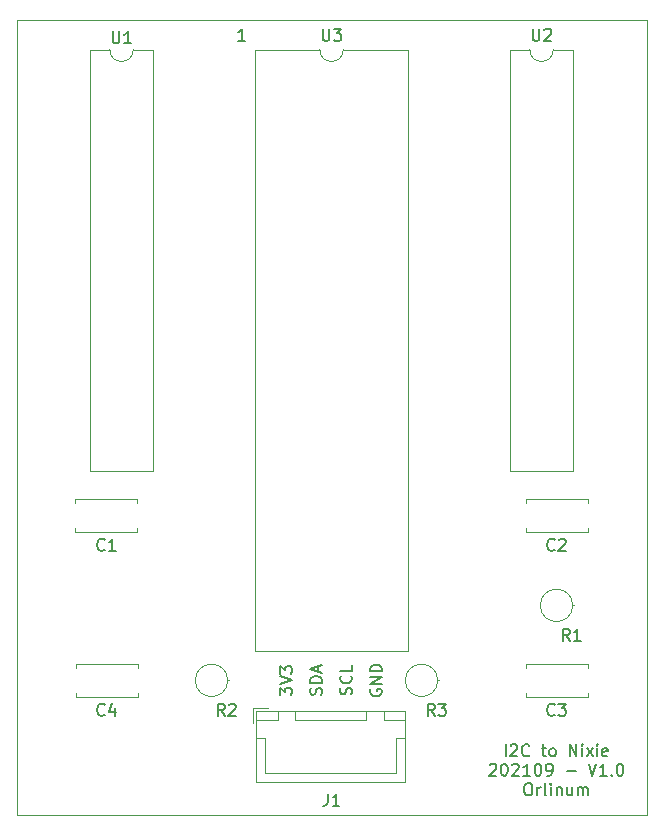
<source format=gbr>
G04 #@! TF.GenerationSoftware,KiCad,Pcbnew,5.1.5+dfsg1-2build2*
G04 #@! TF.CreationDate,2021-09-07T14:08:06+02:00*
G04 #@! TF.ProjectId,Adaptateur_I2C,41646170-7461-4746-9575-725f4932432e,1*
G04 #@! TF.SameCoordinates,Original*
G04 #@! TF.FileFunction,Legend,Top*
G04 #@! TF.FilePolarity,Positive*
%FSLAX46Y46*%
G04 Gerber Fmt 4.6, Leading zero omitted, Abs format (unit mm)*
G04 Created by KiCad (PCBNEW 5.1.5+dfsg1-2build2) date 2021-09-07 14:08:06*
%MOMM*%
%LPD*%
G04 APERTURE LIST*
%ADD10C,0.150000*%
%ADD11C,0.120000*%
G04 APERTURE END LIST*
D10*
X206025714Y-71572380D02*
X205454285Y-71572380D01*
X205740000Y-71572380D02*
X205740000Y-70572380D01*
X205644761Y-70715238D01*
X205549523Y-70810476D01*
X205454285Y-70858095D01*
X216670000Y-126491904D02*
X216622380Y-126587142D01*
X216622380Y-126730000D01*
X216670000Y-126872857D01*
X216765238Y-126968095D01*
X216860476Y-127015714D01*
X217050952Y-127063333D01*
X217193809Y-127063333D01*
X217384285Y-127015714D01*
X217479523Y-126968095D01*
X217574761Y-126872857D01*
X217622380Y-126730000D01*
X217622380Y-126634761D01*
X217574761Y-126491904D01*
X217527142Y-126444285D01*
X217193809Y-126444285D01*
X217193809Y-126634761D01*
X217622380Y-126015714D02*
X216622380Y-126015714D01*
X217622380Y-125444285D01*
X216622380Y-125444285D01*
X217622380Y-124968095D02*
X216622380Y-124968095D01*
X216622380Y-124730000D01*
X216670000Y-124587142D01*
X216765238Y-124491904D01*
X216860476Y-124444285D01*
X217050952Y-124396666D01*
X217193809Y-124396666D01*
X217384285Y-124444285D01*
X217479523Y-124491904D01*
X217574761Y-124587142D01*
X217622380Y-124730000D01*
X217622380Y-124968095D01*
X215034761Y-126920476D02*
X215082380Y-126777619D01*
X215082380Y-126539523D01*
X215034761Y-126444285D01*
X214987142Y-126396666D01*
X214891904Y-126349047D01*
X214796666Y-126349047D01*
X214701428Y-126396666D01*
X214653809Y-126444285D01*
X214606190Y-126539523D01*
X214558571Y-126730000D01*
X214510952Y-126825238D01*
X214463333Y-126872857D01*
X214368095Y-126920476D01*
X214272857Y-126920476D01*
X214177619Y-126872857D01*
X214130000Y-126825238D01*
X214082380Y-126730000D01*
X214082380Y-126491904D01*
X214130000Y-126349047D01*
X214987142Y-125349047D02*
X215034761Y-125396666D01*
X215082380Y-125539523D01*
X215082380Y-125634761D01*
X215034761Y-125777619D01*
X214939523Y-125872857D01*
X214844285Y-125920476D01*
X214653809Y-125968095D01*
X214510952Y-125968095D01*
X214320476Y-125920476D01*
X214225238Y-125872857D01*
X214130000Y-125777619D01*
X214082380Y-125634761D01*
X214082380Y-125539523D01*
X214130000Y-125396666D01*
X214177619Y-125349047D01*
X215082380Y-124444285D02*
X215082380Y-124920476D01*
X214082380Y-124920476D01*
X212494761Y-126944285D02*
X212542380Y-126801428D01*
X212542380Y-126563333D01*
X212494761Y-126468095D01*
X212447142Y-126420476D01*
X212351904Y-126372857D01*
X212256666Y-126372857D01*
X212161428Y-126420476D01*
X212113809Y-126468095D01*
X212066190Y-126563333D01*
X212018571Y-126753809D01*
X211970952Y-126849047D01*
X211923333Y-126896666D01*
X211828095Y-126944285D01*
X211732857Y-126944285D01*
X211637619Y-126896666D01*
X211590000Y-126849047D01*
X211542380Y-126753809D01*
X211542380Y-126515714D01*
X211590000Y-126372857D01*
X212542380Y-125944285D02*
X211542380Y-125944285D01*
X211542380Y-125706190D01*
X211590000Y-125563333D01*
X211685238Y-125468095D01*
X211780476Y-125420476D01*
X211970952Y-125372857D01*
X212113809Y-125372857D01*
X212304285Y-125420476D01*
X212399523Y-125468095D01*
X212494761Y-125563333D01*
X212542380Y-125706190D01*
X212542380Y-125944285D01*
X212256666Y-124991904D02*
X212256666Y-124515714D01*
X212542380Y-125087142D02*
X211542380Y-124753809D01*
X212542380Y-124420476D01*
X209002380Y-126968095D02*
X209002380Y-126349047D01*
X209383333Y-126682380D01*
X209383333Y-126539523D01*
X209430952Y-126444285D01*
X209478571Y-126396666D01*
X209573809Y-126349047D01*
X209811904Y-126349047D01*
X209907142Y-126396666D01*
X209954761Y-126444285D01*
X210002380Y-126539523D01*
X210002380Y-126825238D01*
X209954761Y-126920476D01*
X209907142Y-126968095D01*
X209002380Y-126063333D02*
X210002380Y-125730000D01*
X209002380Y-125396666D01*
X209002380Y-125158571D02*
X209002380Y-124539523D01*
X209383333Y-124872857D01*
X209383333Y-124730000D01*
X209430952Y-124634761D01*
X209478571Y-124587142D01*
X209573809Y-124539523D01*
X209811904Y-124539523D01*
X209907142Y-124587142D01*
X209954761Y-124634761D01*
X210002380Y-124730000D01*
X210002380Y-125015714D01*
X209954761Y-125110952D01*
X209907142Y-125158571D01*
X228100476Y-132152380D02*
X228100476Y-131152380D01*
X228529047Y-131247619D02*
X228576666Y-131200000D01*
X228671904Y-131152380D01*
X228910000Y-131152380D01*
X229005238Y-131200000D01*
X229052857Y-131247619D01*
X229100476Y-131342857D01*
X229100476Y-131438095D01*
X229052857Y-131580952D01*
X228481428Y-132152380D01*
X229100476Y-132152380D01*
X230100476Y-132057142D02*
X230052857Y-132104761D01*
X229910000Y-132152380D01*
X229814761Y-132152380D01*
X229671904Y-132104761D01*
X229576666Y-132009523D01*
X229529047Y-131914285D01*
X229481428Y-131723809D01*
X229481428Y-131580952D01*
X229529047Y-131390476D01*
X229576666Y-131295238D01*
X229671904Y-131200000D01*
X229814761Y-131152380D01*
X229910000Y-131152380D01*
X230052857Y-131200000D01*
X230100476Y-131247619D01*
X231148095Y-131485714D02*
X231529047Y-131485714D01*
X231290952Y-131152380D02*
X231290952Y-132009523D01*
X231338571Y-132104761D01*
X231433809Y-132152380D01*
X231529047Y-132152380D01*
X232005238Y-132152380D02*
X231910000Y-132104761D01*
X231862380Y-132057142D01*
X231814761Y-131961904D01*
X231814761Y-131676190D01*
X231862380Y-131580952D01*
X231910000Y-131533333D01*
X232005238Y-131485714D01*
X232148095Y-131485714D01*
X232243333Y-131533333D01*
X232290952Y-131580952D01*
X232338571Y-131676190D01*
X232338571Y-131961904D01*
X232290952Y-132057142D01*
X232243333Y-132104761D01*
X232148095Y-132152380D01*
X232005238Y-132152380D01*
X233529047Y-132152380D02*
X233529047Y-131152380D01*
X234100476Y-132152380D01*
X234100476Y-131152380D01*
X234576666Y-132152380D02*
X234576666Y-131485714D01*
X234576666Y-131152380D02*
X234529047Y-131200000D01*
X234576666Y-131247619D01*
X234624285Y-131200000D01*
X234576666Y-131152380D01*
X234576666Y-131247619D01*
X234957619Y-132152380D02*
X235481428Y-131485714D01*
X234957619Y-131485714D02*
X235481428Y-132152380D01*
X235862380Y-132152380D02*
X235862380Y-131485714D01*
X235862380Y-131152380D02*
X235814761Y-131200000D01*
X235862380Y-131247619D01*
X235910000Y-131200000D01*
X235862380Y-131152380D01*
X235862380Y-131247619D01*
X236719523Y-132104761D02*
X236624285Y-132152380D01*
X236433809Y-132152380D01*
X236338571Y-132104761D01*
X236290952Y-132009523D01*
X236290952Y-131628571D01*
X236338571Y-131533333D01*
X236433809Y-131485714D01*
X236624285Y-131485714D01*
X236719523Y-131533333D01*
X236767142Y-131628571D01*
X236767142Y-131723809D01*
X236290952Y-131819047D01*
X226743333Y-132897619D02*
X226790952Y-132850000D01*
X226886190Y-132802380D01*
X227124285Y-132802380D01*
X227219523Y-132850000D01*
X227267142Y-132897619D01*
X227314761Y-132992857D01*
X227314761Y-133088095D01*
X227267142Y-133230952D01*
X226695714Y-133802380D01*
X227314761Y-133802380D01*
X227933809Y-132802380D02*
X228029047Y-132802380D01*
X228124285Y-132850000D01*
X228171904Y-132897619D01*
X228219523Y-132992857D01*
X228267142Y-133183333D01*
X228267142Y-133421428D01*
X228219523Y-133611904D01*
X228171904Y-133707142D01*
X228124285Y-133754761D01*
X228029047Y-133802380D01*
X227933809Y-133802380D01*
X227838571Y-133754761D01*
X227790952Y-133707142D01*
X227743333Y-133611904D01*
X227695714Y-133421428D01*
X227695714Y-133183333D01*
X227743333Y-132992857D01*
X227790952Y-132897619D01*
X227838571Y-132850000D01*
X227933809Y-132802380D01*
X228648095Y-132897619D02*
X228695714Y-132850000D01*
X228790952Y-132802380D01*
X229029047Y-132802380D01*
X229124285Y-132850000D01*
X229171904Y-132897619D01*
X229219523Y-132992857D01*
X229219523Y-133088095D01*
X229171904Y-133230952D01*
X228600476Y-133802380D01*
X229219523Y-133802380D01*
X230171904Y-133802380D02*
X229600476Y-133802380D01*
X229886190Y-133802380D02*
X229886190Y-132802380D01*
X229790952Y-132945238D01*
X229695714Y-133040476D01*
X229600476Y-133088095D01*
X230790952Y-132802380D02*
X230886190Y-132802380D01*
X230981428Y-132850000D01*
X231029047Y-132897619D01*
X231076666Y-132992857D01*
X231124285Y-133183333D01*
X231124285Y-133421428D01*
X231076666Y-133611904D01*
X231029047Y-133707142D01*
X230981428Y-133754761D01*
X230886190Y-133802380D01*
X230790952Y-133802380D01*
X230695714Y-133754761D01*
X230648095Y-133707142D01*
X230600476Y-133611904D01*
X230552857Y-133421428D01*
X230552857Y-133183333D01*
X230600476Y-132992857D01*
X230648095Y-132897619D01*
X230695714Y-132850000D01*
X230790952Y-132802380D01*
X231600476Y-133802380D02*
X231790952Y-133802380D01*
X231886190Y-133754761D01*
X231933809Y-133707142D01*
X232029047Y-133564285D01*
X232076666Y-133373809D01*
X232076666Y-132992857D01*
X232029047Y-132897619D01*
X231981428Y-132850000D01*
X231886190Y-132802380D01*
X231695714Y-132802380D01*
X231600476Y-132850000D01*
X231552857Y-132897619D01*
X231505238Y-132992857D01*
X231505238Y-133230952D01*
X231552857Y-133326190D01*
X231600476Y-133373809D01*
X231695714Y-133421428D01*
X231886190Y-133421428D01*
X231981428Y-133373809D01*
X232029047Y-133326190D01*
X232076666Y-133230952D01*
X233267142Y-133421428D02*
X234029047Y-133421428D01*
X235124285Y-132802380D02*
X235457619Y-133802380D01*
X235790952Y-132802380D01*
X236648095Y-133802380D02*
X236076666Y-133802380D01*
X236362380Y-133802380D02*
X236362380Y-132802380D01*
X236267142Y-132945238D01*
X236171904Y-133040476D01*
X236076666Y-133088095D01*
X237076666Y-133707142D02*
X237124285Y-133754761D01*
X237076666Y-133802380D01*
X237029047Y-133754761D01*
X237076666Y-133707142D01*
X237076666Y-133802380D01*
X237743333Y-132802380D02*
X237838571Y-132802380D01*
X237933809Y-132850000D01*
X237981428Y-132897619D01*
X238029047Y-132992857D01*
X238076666Y-133183333D01*
X238076666Y-133421428D01*
X238029047Y-133611904D01*
X237981428Y-133707142D01*
X237933809Y-133754761D01*
X237838571Y-133802380D01*
X237743333Y-133802380D01*
X237648095Y-133754761D01*
X237600476Y-133707142D01*
X237552857Y-133611904D01*
X237505238Y-133421428D01*
X237505238Y-133183333D01*
X237552857Y-132992857D01*
X237600476Y-132897619D01*
X237648095Y-132850000D01*
X237743333Y-132802380D01*
X229933809Y-134452380D02*
X230124285Y-134452380D01*
X230219523Y-134500000D01*
X230314761Y-134595238D01*
X230362380Y-134785714D01*
X230362380Y-135119047D01*
X230314761Y-135309523D01*
X230219523Y-135404761D01*
X230124285Y-135452380D01*
X229933809Y-135452380D01*
X229838571Y-135404761D01*
X229743333Y-135309523D01*
X229695714Y-135119047D01*
X229695714Y-134785714D01*
X229743333Y-134595238D01*
X229838571Y-134500000D01*
X229933809Y-134452380D01*
X230790952Y-135452380D02*
X230790952Y-134785714D01*
X230790952Y-134976190D02*
X230838571Y-134880952D01*
X230886190Y-134833333D01*
X230981428Y-134785714D01*
X231076666Y-134785714D01*
X231552857Y-135452380D02*
X231457619Y-135404761D01*
X231410000Y-135309523D01*
X231410000Y-134452380D01*
X231933809Y-135452380D02*
X231933809Y-134785714D01*
X231933809Y-134452380D02*
X231886190Y-134500000D01*
X231933809Y-134547619D01*
X231981428Y-134500000D01*
X231933809Y-134452380D01*
X231933809Y-134547619D01*
X232410000Y-134785714D02*
X232410000Y-135452380D01*
X232410000Y-134880952D02*
X232457619Y-134833333D01*
X232552857Y-134785714D01*
X232695714Y-134785714D01*
X232790952Y-134833333D01*
X232838571Y-134928571D01*
X232838571Y-135452380D01*
X233743333Y-134785714D02*
X233743333Y-135452380D01*
X233314761Y-134785714D02*
X233314761Y-135309523D01*
X233362380Y-135404761D01*
X233457619Y-135452380D01*
X233600476Y-135452380D01*
X233695714Y-135404761D01*
X233743333Y-135357142D01*
X234219523Y-135452380D02*
X234219523Y-134785714D01*
X234219523Y-134880952D02*
X234267142Y-134833333D01*
X234362380Y-134785714D01*
X234505238Y-134785714D01*
X234600476Y-134833333D01*
X234648095Y-134928571D01*
X234648095Y-135452380D01*
X234648095Y-134928571D02*
X234695714Y-134833333D01*
X234790952Y-134785714D01*
X234933809Y-134785714D01*
X235029047Y-134833333D01*
X235076666Y-134928571D01*
X235076666Y-135452380D01*
D11*
X186690000Y-137160000D02*
X186690000Y-69850000D01*
X240030000Y-137160000D02*
X186690000Y-137160000D01*
X240030000Y-69850000D02*
X240030000Y-137160000D01*
X186690000Y-69850000D02*
X240030000Y-69850000D01*
X191730000Y-124675000D02*
X191730000Y-124360000D01*
X191730000Y-127100000D02*
X191730000Y-126785000D01*
X196970000Y-124675000D02*
X196970000Y-124360000D01*
X196970000Y-127100000D02*
X196970000Y-126785000D01*
X196970000Y-124360000D02*
X191730000Y-124360000D01*
X196970000Y-127100000D02*
X191730000Y-127100000D01*
X206700000Y-128060000D02*
X206700000Y-129310000D01*
X207950000Y-128060000D02*
X206700000Y-128060000D01*
X218850000Y-133560000D02*
X213300000Y-133560000D01*
X218850000Y-130610000D02*
X218850000Y-133560000D01*
X219600000Y-130610000D02*
X218850000Y-130610000D01*
X207750000Y-133560000D02*
X213300000Y-133560000D01*
X207750000Y-130610000D02*
X207750000Y-133560000D01*
X207000000Y-130610000D02*
X207750000Y-130610000D01*
X219600000Y-128360000D02*
X217800000Y-128360000D01*
X219600000Y-129110000D02*
X219600000Y-128360000D01*
X217800000Y-129110000D02*
X219600000Y-129110000D01*
X217800000Y-128360000D02*
X217800000Y-129110000D01*
X208800000Y-128360000D02*
X207000000Y-128360000D01*
X208800000Y-129110000D02*
X208800000Y-128360000D01*
X207000000Y-129110000D02*
X208800000Y-129110000D01*
X207000000Y-128360000D02*
X207000000Y-129110000D01*
X216300000Y-128360000D02*
X210300000Y-128360000D01*
X216300000Y-129110000D02*
X216300000Y-128360000D01*
X210300000Y-129110000D02*
X216300000Y-129110000D01*
X210300000Y-128360000D02*
X210300000Y-129110000D01*
X219610000Y-128350000D02*
X206990000Y-128350000D01*
X219610000Y-134320000D02*
X219610000Y-128350000D01*
X206990000Y-134320000D02*
X219610000Y-134320000D01*
X206990000Y-128350000D02*
X206990000Y-134320000D01*
X219820000Y-72330000D02*
X214360000Y-72330000D01*
X219820000Y-123250000D02*
X219820000Y-72330000D01*
X206900000Y-123250000D02*
X219820000Y-123250000D01*
X206900000Y-72330000D02*
X206900000Y-123250000D01*
X212360000Y-72330000D02*
X206900000Y-72330000D01*
X214360000Y-72330000D02*
G75*
G02X212360000Y-72330000I-1000000J0D01*
G01*
X233790000Y-72330000D02*
X232140000Y-72330000D01*
X233790000Y-108010000D02*
X233790000Y-72330000D01*
X228490000Y-108010000D02*
X233790000Y-108010000D01*
X228490000Y-72330000D02*
X228490000Y-108010000D01*
X230140000Y-72330000D02*
X228490000Y-72330000D01*
X232140000Y-72330000D02*
G75*
G02X230140000Y-72330000I-1000000J0D01*
G01*
X198230000Y-72330000D02*
X196580000Y-72330000D01*
X198230000Y-108010000D02*
X198230000Y-72330000D01*
X192930000Y-108010000D02*
X198230000Y-108010000D01*
X192930000Y-72330000D02*
X192930000Y-108010000D01*
X194580000Y-72330000D02*
X192930000Y-72330000D01*
X196580000Y-72330000D02*
G75*
G02X194580000Y-72330000I-1000000J0D01*
G01*
X222350000Y-125730000D02*
X222420000Y-125730000D01*
X222350000Y-125730000D02*
G75*
G03X222350000Y-125730000I-1370000J0D01*
G01*
X204570000Y-125730000D02*
X204640000Y-125730000D01*
X204570000Y-125730000D02*
G75*
G03X204570000Y-125730000I-1370000J0D01*
G01*
X233780000Y-119380000D02*
X233850000Y-119380000D01*
X233780000Y-119380000D02*
G75*
G03X233780000Y-119380000I-1370000J0D01*
G01*
X229830000Y-124675000D02*
X229830000Y-124360000D01*
X229830000Y-127100000D02*
X229830000Y-126785000D01*
X235070000Y-124675000D02*
X235070000Y-124360000D01*
X235070000Y-127100000D02*
X235070000Y-126785000D01*
X235070000Y-124360000D02*
X229830000Y-124360000D01*
X235070000Y-127100000D02*
X229830000Y-127100000D01*
X229830000Y-110705000D02*
X229830000Y-110390000D01*
X229830000Y-113130000D02*
X229830000Y-112815000D01*
X235070000Y-110705000D02*
X235070000Y-110390000D01*
X235070000Y-113130000D02*
X235070000Y-112815000D01*
X235070000Y-110390000D02*
X229830000Y-110390000D01*
X235070000Y-113130000D02*
X229830000Y-113130000D01*
X196890000Y-112815000D02*
X196890000Y-113130000D01*
X196890000Y-110390000D02*
X196890000Y-110705000D01*
X191650000Y-112815000D02*
X191650000Y-113130000D01*
X191650000Y-110390000D02*
X191650000Y-110705000D01*
X191650000Y-113130000D02*
X196890000Y-113130000D01*
X191650000Y-110390000D02*
X196890000Y-110390000D01*
D10*
X194143333Y-128627142D02*
X194095714Y-128674761D01*
X193952857Y-128722380D01*
X193857619Y-128722380D01*
X193714761Y-128674761D01*
X193619523Y-128579523D01*
X193571904Y-128484285D01*
X193524285Y-128293809D01*
X193524285Y-128150952D01*
X193571904Y-127960476D01*
X193619523Y-127865238D01*
X193714761Y-127770000D01*
X193857619Y-127722380D01*
X193952857Y-127722380D01*
X194095714Y-127770000D01*
X194143333Y-127817619D01*
X195000476Y-128055714D02*
X195000476Y-128722380D01*
X194762380Y-127674761D02*
X194524285Y-128389047D01*
X195143333Y-128389047D01*
X213026666Y-135342380D02*
X213026666Y-136056666D01*
X212979047Y-136199523D01*
X212883809Y-136294761D01*
X212740952Y-136342380D01*
X212645714Y-136342380D01*
X214026666Y-136342380D02*
X213455238Y-136342380D01*
X213740952Y-136342380D02*
X213740952Y-135342380D01*
X213645714Y-135485238D01*
X213550476Y-135580476D01*
X213455238Y-135628095D01*
X212598095Y-70572380D02*
X212598095Y-71381904D01*
X212645714Y-71477142D01*
X212693333Y-71524761D01*
X212788571Y-71572380D01*
X212979047Y-71572380D01*
X213074285Y-71524761D01*
X213121904Y-71477142D01*
X213169523Y-71381904D01*
X213169523Y-70572380D01*
X213550476Y-70572380D02*
X214169523Y-70572380D01*
X213836190Y-70953333D01*
X213979047Y-70953333D01*
X214074285Y-71000952D01*
X214121904Y-71048571D01*
X214169523Y-71143809D01*
X214169523Y-71381904D01*
X214121904Y-71477142D01*
X214074285Y-71524761D01*
X213979047Y-71572380D01*
X213693333Y-71572380D01*
X213598095Y-71524761D01*
X213550476Y-71477142D01*
X230378095Y-70572380D02*
X230378095Y-71381904D01*
X230425714Y-71477142D01*
X230473333Y-71524761D01*
X230568571Y-71572380D01*
X230759047Y-71572380D01*
X230854285Y-71524761D01*
X230901904Y-71477142D01*
X230949523Y-71381904D01*
X230949523Y-70572380D01*
X231378095Y-70667619D02*
X231425714Y-70620000D01*
X231520952Y-70572380D01*
X231759047Y-70572380D01*
X231854285Y-70620000D01*
X231901904Y-70667619D01*
X231949523Y-70762857D01*
X231949523Y-70858095D01*
X231901904Y-71000952D01*
X231330476Y-71572380D01*
X231949523Y-71572380D01*
X194818095Y-70782380D02*
X194818095Y-71591904D01*
X194865714Y-71687142D01*
X194913333Y-71734761D01*
X195008571Y-71782380D01*
X195199047Y-71782380D01*
X195294285Y-71734761D01*
X195341904Y-71687142D01*
X195389523Y-71591904D01*
X195389523Y-70782380D01*
X196389523Y-71782380D02*
X195818095Y-71782380D01*
X196103809Y-71782380D02*
X196103809Y-70782380D01*
X196008571Y-70925238D01*
X195913333Y-71020476D01*
X195818095Y-71068095D01*
X222083333Y-128722380D02*
X221750000Y-128246190D01*
X221511904Y-128722380D02*
X221511904Y-127722380D01*
X221892857Y-127722380D01*
X221988095Y-127770000D01*
X222035714Y-127817619D01*
X222083333Y-127912857D01*
X222083333Y-128055714D01*
X222035714Y-128150952D01*
X221988095Y-128198571D01*
X221892857Y-128246190D01*
X221511904Y-128246190D01*
X222416666Y-127722380D02*
X223035714Y-127722380D01*
X222702380Y-128103333D01*
X222845238Y-128103333D01*
X222940476Y-128150952D01*
X222988095Y-128198571D01*
X223035714Y-128293809D01*
X223035714Y-128531904D01*
X222988095Y-128627142D01*
X222940476Y-128674761D01*
X222845238Y-128722380D01*
X222559523Y-128722380D01*
X222464285Y-128674761D01*
X222416666Y-128627142D01*
X204303333Y-128722380D02*
X203970000Y-128246190D01*
X203731904Y-128722380D02*
X203731904Y-127722380D01*
X204112857Y-127722380D01*
X204208095Y-127770000D01*
X204255714Y-127817619D01*
X204303333Y-127912857D01*
X204303333Y-128055714D01*
X204255714Y-128150952D01*
X204208095Y-128198571D01*
X204112857Y-128246190D01*
X203731904Y-128246190D01*
X204684285Y-127817619D02*
X204731904Y-127770000D01*
X204827142Y-127722380D01*
X205065238Y-127722380D01*
X205160476Y-127770000D01*
X205208095Y-127817619D01*
X205255714Y-127912857D01*
X205255714Y-128008095D01*
X205208095Y-128150952D01*
X204636666Y-128722380D01*
X205255714Y-128722380D01*
X233513333Y-122372380D02*
X233180000Y-121896190D01*
X232941904Y-122372380D02*
X232941904Y-121372380D01*
X233322857Y-121372380D01*
X233418095Y-121420000D01*
X233465714Y-121467619D01*
X233513333Y-121562857D01*
X233513333Y-121705714D01*
X233465714Y-121800952D01*
X233418095Y-121848571D01*
X233322857Y-121896190D01*
X232941904Y-121896190D01*
X234465714Y-122372380D02*
X233894285Y-122372380D01*
X234180000Y-122372380D02*
X234180000Y-121372380D01*
X234084761Y-121515238D01*
X233989523Y-121610476D01*
X233894285Y-121658095D01*
X232243333Y-128627142D02*
X232195714Y-128674761D01*
X232052857Y-128722380D01*
X231957619Y-128722380D01*
X231814761Y-128674761D01*
X231719523Y-128579523D01*
X231671904Y-128484285D01*
X231624285Y-128293809D01*
X231624285Y-128150952D01*
X231671904Y-127960476D01*
X231719523Y-127865238D01*
X231814761Y-127770000D01*
X231957619Y-127722380D01*
X232052857Y-127722380D01*
X232195714Y-127770000D01*
X232243333Y-127817619D01*
X232576666Y-127722380D02*
X233195714Y-127722380D01*
X232862380Y-128103333D01*
X233005238Y-128103333D01*
X233100476Y-128150952D01*
X233148095Y-128198571D01*
X233195714Y-128293809D01*
X233195714Y-128531904D01*
X233148095Y-128627142D01*
X233100476Y-128674761D01*
X233005238Y-128722380D01*
X232719523Y-128722380D01*
X232624285Y-128674761D01*
X232576666Y-128627142D01*
X232243333Y-114657142D02*
X232195714Y-114704761D01*
X232052857Y-114752380D01*
X231957619Y-114752380D01*
X231814761Y-114704761D01*
X231719523Y-114609523D01*
X231671904Y-114514285D01*
X231624285Y-114323809D01*
X231624285Y-114180952D01*
X231671904Y-113990476D01*
X231719523Y-113895238D01*
X231814761Y-113800000D01*
X231957619Y-113752380D01*
X232052857Y-113752380D01*
X232195714Y-113800000D01*
X232243333Y-113847619D01*
X232624285Y-113847619D02*
X232671904Y-113800000D01*
X232767142Y-113752380D01*
X233005238Y-113752380D01*
X233100476Y-113800000D01*
X233148095Y-113847619D01*
X233195714Y-113942857D01*
X233195714Y-114038095D01*
X233148095Y-114180952D01*
X232576666Y-114752380D01*
X233195714Y-114752380D01*
X194143333Y-114657142D02*
X194095714Y-114704761D01*
X193952857Y-114752380D01*
X193857619Y-114752380D01*
X193714761Y-114704761D01*
X193619523Y-114609523D01*
X193571904Y-114514285D01*
X193524285Y-114323809D01*
X193524285Y-114180952D01*
X193571904Y-113990476D01*
X193619523Y-113895238D01*
X193714761Y-113800000D01*
X193857619Y-113752380D01*
X193952857Y-113752380D01*
X194095714Y-113800000D01*
X194143333Y-113847619D01*
X195095714Y-114752380D02*
X194524285Y-114752380D01*
X194810000Y-114752380D02*
X194810000Y-113752380D01*
X194714761Y-113895238D01*
X194619523Y-113990476D01*
X194524285Y-114038095D01*
M02*

</source>
